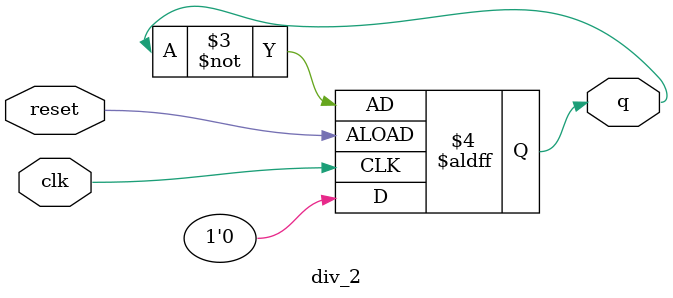
<source format=v>
module div_2 (q,clk,reset); //   Êä³öq£¬ÊäÈëÊ±ÖÓCLK£¬Í¬²½¸´Î»ÐÅºÅRESET.
    output q;
    input reset;
    input clk;
    reg q;
    always @ (posedge clk or posedge reset)
    if (reset==0)
      q<=1'b0; // ¸´Î»ÖÃÁã
      else
      q<=~q; // ·ñÔòqÐÅºÅ·­×ª
endmodule


</source>
